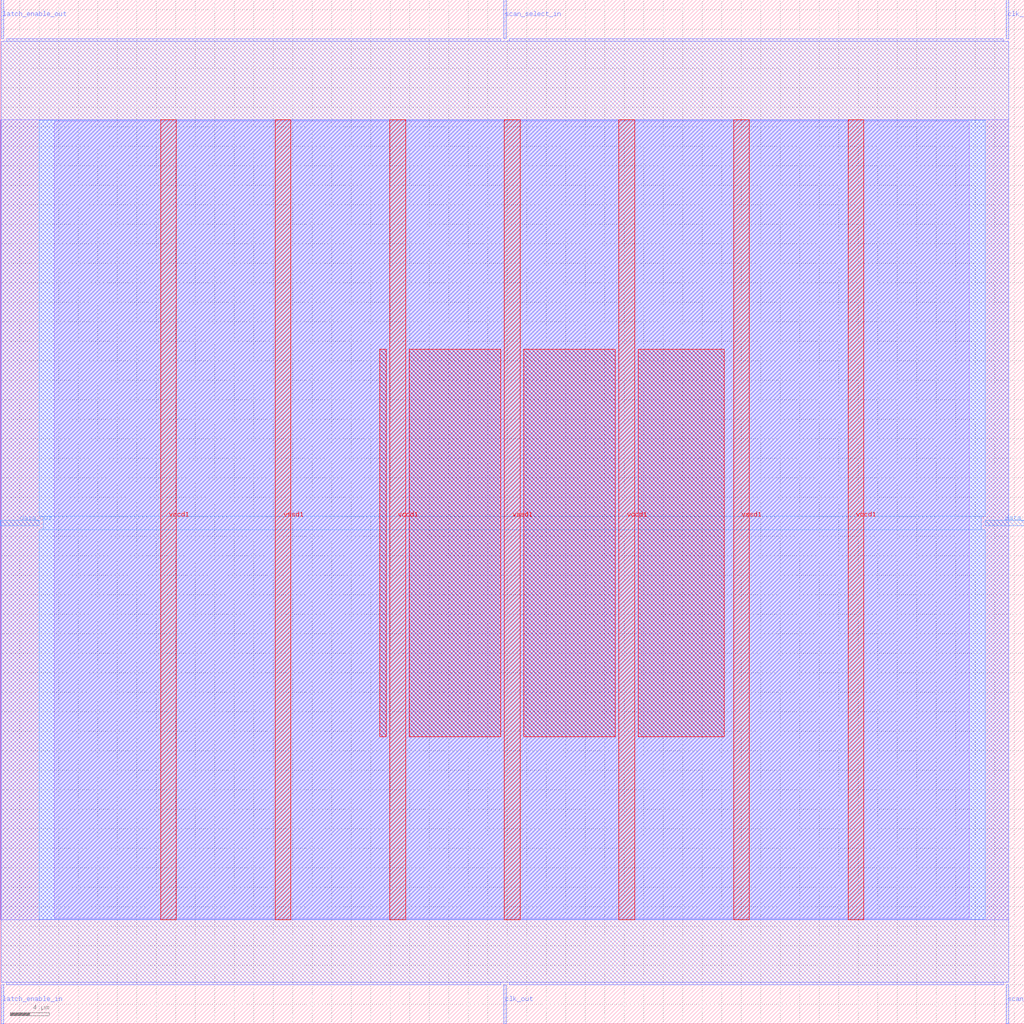
<source format=lef>
VERSION 5.7 ;
  NOWIREEXTENSIONATPIN ON ;
  DIVIDERCHAR "/" ;
  BUSBITCHARS "[]" ;
MACRO scan_wrapper_3398002391929329472
  CLASS BLOCK ;
  FOREIGN scan_wrapper_3398002391929329472 ;
  ORIGIN 0.000 0.000 ;
  SIZE 105.000 BY 105.000 ;
  PIN clk_in
    DIRECTION INPUT ;
    USE SIGNAL ;
    PORT
      LAYER met2 ;
        RECT 103.130 101.000 103.410 105.000 ;
    END
  END clk_in
  PIN clk_out
    DIRECTION OUTPUT TRISTATE ;
    USE SIGNAL ;
    PORT
      LAYER met2 ;
        RECT 51.610 0.000 51.890 4.000 ;
    END
  END clk_out
  PIN data_in
    DIRECTION INPUT ;
    USE SIGNAL ;
    PORT
      LAYER met3 ;
        RECT 101.000 51.040 105.000 51.640 ;
    END
  END data_in
  PIN data_out
    DIRECTION OUTPUT TRISTATE ;
    USE SIGNAL ;
    PORT
      LAYER met3 ;
        RECT 0.000 51.040 4.000 51.640 ;
    END
  END data_out
  PIN latch_enable_in
    DIRECTION INPUT ;
    USE SIGNAL ;
    PORT
      LAYER met2 ;
        RECT 0.090 0.000 0.370 4.000 ;
    END
  END latch_enable_in
  PIN latch_enable_out
    DIRECTION OUTPUT TRISTATE ;
    USE SIGNAL ;
    PORT
      LAYER met2 ;
        RECT 0.090 101.000 0.370 105.000 ;
    END
  END latch_enable_out
  PIN scan_select_in
    DIRECTION INPUT ;
    USE SIGNAL ;
    PORT
      LAYER met2 ;
        RECT 51.610 101.000 51.890 105.000 ;
    END
  END scan_select_in
  PIN scan_select_out
    DIRECTION OUTPUT TRISTATE ;
    USE SIGNAL ;
    PORT
      LAYER met2 ;
        RECT 103.130 0.000 103.410 4.000 ;
    END
  END scan_select_out
  PIN vccd1
    DIRECTION INOUT ;
    USE POWER ;
    PORT
      LAYER met4 ;
        RECT 16.465 10.640 18.065 92.720 ;
    END
    PORT
      LAYER met4 ;
        RECT 39.955 10.640 41.555 92.720 ;
    END
    PORT
      LAYER met4 ;
        RECT 63.445 10.640 65.045 92.720 ;
    END
    PORT
      LAYER met4 ;
        RECT 86.935 10.640 88.535 92.720 ;
    END
  END vccd1
  PIN vssd1
    DIRECTION INOUT ;
    USE GROUND ;
    PORT
      LAYER met4 ;
        RECT 28.210 10.640 29.810 92.720 ;
    END
    PORT
      LAYER met4 ;
        RECT 51.700 10.640 53.300 92.720 ;
    END
    PORT
      LAYER met4 ;
        RECT 75.190 10.640 76.790 92.720 ;
    END
  END vssd1
  OBS
      LAYER li1 ;
        RECT 5.520 10.795 99.360 92.565 ;
      LAYER met1 ;
        RECT 0.070 10.640 103.430 92.720 ;
      LAYER met2 ;
        RECT 0.650 100.720 51.330 101.000 ;
        RECT 52.170 100.720 102.850 101.000 ;
        RECT 0.100 4.280 103.400 100.720 ;
        RECT 0.650 4.000 51.330 4.280 ;
        RECT 52.170 4.000 102.850 4.280 ;
      LAYER met3 ;
        RECT 4.000 52.040 101.000 92.645 ;
        RECT 4.400 50.640 100.600 52.040 ;
        RECT 4.000 10.715 101.000 50.640 ;
      LAYER met4 ;
        RECT 38.935 29.415 39.555 69.185 ;
        RECT 41.955 29.415 51.300 69.185 ;
        RECT 53.700 29.415 63.045 69.185 ;
        RECT 65.445 29.415 74.225 69.185 ;
  END
END scan_wrapper_3398002391929329472
END LIBRARY


</source>
